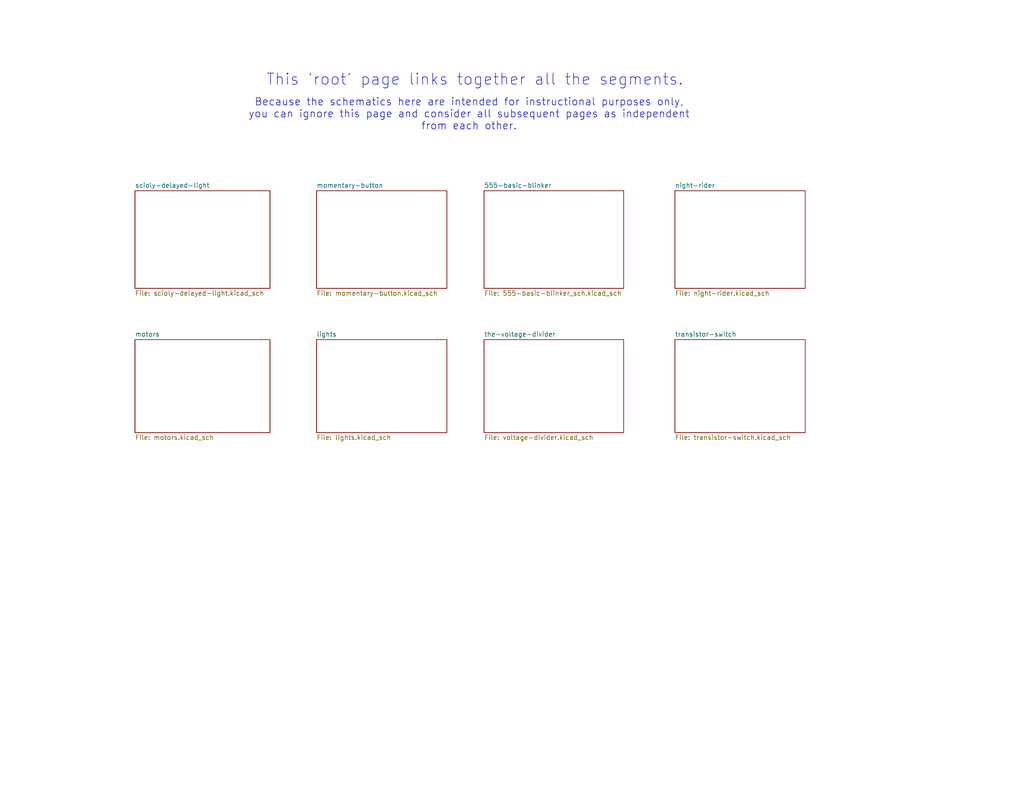
<source format=kicad_sch>
(kicad_sch
	(version 20231120)
	(generator "eeschema")
	(generator_version "8.0")
	(uuid "6128aede-be38-412f-a65d-6dbf7377b853")
	(paper "USLetter")
	(title_block
		(rev "v1.0")
		(company "Mason High School Applied Technology")
	)
	(lib_symbols)
	(text "This 'root' page links together all the segments."
		(exclude_from_sim no)
		(at 129.54 21.844 0)
		(effects
			(font
				(size 3.048 3.048)
			)
		)
		(uuid "30fabc0b-7158-47c0-814a-7c75d7b13152")
	)
	(text "Because the schematics here are intended for instructional purposes only, \nyou can ignore this page and consider all subsequent pages as independent \nfrom each other. "
		(exclude_from_sim no)
		(at 128.778 31.242 0)
		(effects
			(font
				(size 2.032 2.032)
			)
		)
		(uuid "711ac071-6e9e-4617-a942-00d73e451514")
	)
	(sheet
		(at 184.15 92.71)
		(size 35.56 25.4)
		(fields_autoplaced yes)
		(stroke
			(width 0.1524)
			(type solid)
		)
		(fill
			(color 0 0 0 0.0000)
		)
		(uuid "237a2e32-5b92-41ba-81ea-a59671a480e4")
		(property "Sheetname" "transistor-switch"
			(at 184.15 91.9984 0)
			(effects
				(font
					(size 1.27 1.27)
				)
				(justify left bottom)
			)
		)
		(property "Sheetfile" "transistor-switch.kicad_sch"
			(at 184.15 118.6946 0)
			(effects
				(font
					(size 1.27 1.27)
				)
				(justify left top)
			)
		)
		(instances
			(project "circuit segments"
				(path "/6128aede-be38-412f-a65d-6dbf7377b853"
					(page "9")
				)
			)
		)
	)
	(sheet
		(at 184.15 52.07)
		(size 35.56 26.67)
		(fields_autoplaced yes)
		(stroke
			(width 0.1524)
			(type solid)
		)
		(fill
			(color 0 0 0 0.0000)
		)
		(uuid "3799df5f-9280-4652-8b02-928f1116eb44")
		(property "Sheetname" "night-rider"
			(at 184.15 51.3584 0)
			(effects
				(font
					(size 1.27 1.27)
				)
				(justify left bottom)
			)
		)
		(property "Sheetfile" "night-rider.kicad_sch"
			(at 184.15 79.3246 0)
			(effects
				(font
					(size 1.27 1.27)
				)
				(justify left top)
			)
		)
		(instances
			(project "circuit segments"
				(path "/6128aede-be38-412f-a65d-6dbf7377b853"
					(page "5")
				)
			)
		)
	)
	(sheet
		(at 132.08 52.07)
		(size 38.1 26.67)
		(fields_autoplaced yes)
		(stroke
			(width 0.1524)
			(type solid)
		)
		(fill
			(color 0 0 0 0.0000)
		)
		(uuid "56c4b35e-48f6-4117-afa8-8865ee22add5")
		(property "Sheetname" "555-basic-blinker"
			(at 132.08 51.3584 0)
			(effects
				(font
					(size 1.27 1.27)
				)
				(justify left bottom)
			)
		)
		(property "Sheetfile" "555-basic-blinker_sch.kicad_sch"
			(at 132.08 79.3246 0)
			(effects
				(font
					(size 1.27 1.27)
				)
				(justify left top)
			)
		)
		(instances
			(project "circuit segments"
				(path "/6128aede-be38-412f-a65d-6dbf7377b853"
					(page "4")
				)
			)
		)
	)
	(sheet
		(at 86.36 92.71)
		(size 35.56 25.4)
		(fields_autoplaced yes)
		(stroke
			(width 0.1524)
			(type solid)
		)
		(fill
			(color 0 0 0 0.0000)
		)
		(uuid "71b976db-c0c9-498d-bbd5-bf7ebf2ca437")
		(property "Sheetname" "lights"
			(at 86.36 91.9984 0)
			(effects
				(font
					(size 1.27 1.27)
				)
				(justify left bottom)
			)
		)
		(property "Sheetfile" "lights.kicad_sch"
			(at 86.36 118.6946 0)
			(effects
				(font
					(size 1.27 1.27)
				)
				(justify left top)
			)
		)
		(instances
			(project "circuit segments"
				(path "/6128aede-be38-412f-a65d-6dbf7377b853"
					(page "7")
				)
			)
		)
	)
	(sheet
		(at 132.08 92.71)
		(size 38.1 25.4)
		(fields_autoplaced yes)
		(stroke
			(width 0.1524)
			(type solid)
		)
		(fill
			(color 0 0 0 0.0000)
		)
		(uuid "899a4a51-0d1d-4acd-b9ce-65cc9120f41f")
		(property "Sheetname" "the-voltage-divider"
			(at 132.08 91.9984 0)
			(effects
				(font
					(size 1.27 1.27)
				)
				(justify left bottom)
			)
		)
		(property "Sheetfile" "voltage-divider.kicad_sch"
			(at 132.08 118.6946 0)
			(effects
				(font
					(size 1.27 1.27)
				)
				(justify left top)
			)
		)
		(property "Field2" ""
			(at 132.08 92.71 0)
			(effects
				(font
					(size 1.27 1.27)
				)
				(hide yes)
			)
		)
		(instances
			(project "circuit segments"
				(path "/6128aede-be38-412f-a65d-6dbf7377b853"
					(page "8")
				)
			)
		)
	)
	(sheet
		(at 86.36 52.07)
		(size 35.56 26.67)
		(fields_autoplaced yes)
		(stroke
			(width 0.1524)
			(type solid)
		)
		(fill
			(color 0 0 0 0.0000)
		)
		(uuid "92a390be-54ab-4fe0-949f-341c2f0a5376")
		(property "Sheetname" "momentary-button"
			(at 86.36 51.3584 0)
			(effects
				(font
					(size 1.27 1.27)
				)
				(justify left bottom)
			)
		)
		(property "Sheetfile" "momentary-button.kicad_sch"
			(at 86.36 79.3246 0)
			(effects
				(font
					(size 1.27 1.27)
				)
				(justify left top)
			)
		)
		(instances
			(project "circuit segments"
				(path "/6128aede-be38-412f-a65d-6dbf7377b853"
					(page "3")
				)
			)
		)
	)
	(sheet
		(at 36.83 92.71)
		(size 36.83 25.4)
		(fields_autoplaced yes)
		(stroke
			(width 0.1524)
			(type solid)
		)
		(fill
			(color 0 0 0 0.0000)
		)
		(uuid "af694672-6b89-4e4b-9e6e-ea0b51b0cbbf")
		(property "Sheetname" "motors"
			(at 36.83 91.9984 0)
			(effects
				(font
					(size 1.27 1.27)
				)
				(justify left bottom)
			)
		)
		(property "Sheetfile" "motors.kicad_sch"
			(at 36.83 118.6946 0)
			(effects
				(font
					(size 1.27 1.27)
				)
				(justify left top)
			)
		)
		(instances
			(project "circuit segments"
				(path "/6128aede-be38-412f-a65d-6dbf7377b853"
					(page "6")
				)
			)
		)
	)
	(sheet
		(at 36.83 52.07)
		(size 36.83 26.67)
		(fields_autoplaced yes)
		(stroke
			(width 0.1524)
			(type solid)
		)
		(fill
			(color 0 0 0 0.0000)
		)
		(uuid "dd48b34b-2ea0-4711-bf5e-dd1964e139b7")
		(property "Sheetname" "scioly-delayed-light"
			(at 36.83 51.3584 0)
			(effects
				(font
					(size 1.27 1.27)
				)
				(justify left bottom)
			)
		)
		(property "Sheetfile" "scioly-delayed-light.kicad_sch"
			(at 36.83 79.3246 0)
			(effects
				(font
					(size 1.27 1.27)
				)
				(justify left top)
			)
		)
		(instances
			(project "circuit segments"
				(path "/6128aede-be38-412f-a65d-6dbf7377b853"
					(page "2")
				)
			)
		)
	)
	(sheet_instances
		(path "/"
			(page "1")
		)
	)
)

</source>
